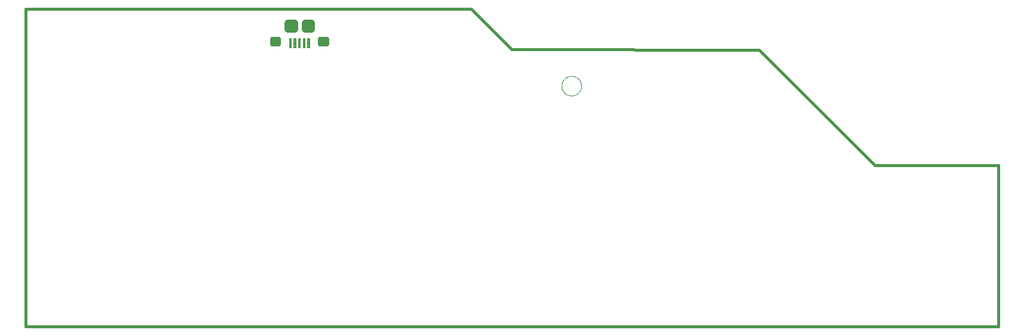
<source format=gbp>
G75*
%MOIN*%
%OFA0B0*%
%FSLAX25Y25*%
%IPPOS*%
%LPD*%
%AMOC8*
5,1,8,0,0,1.08239X$1,22.5*
%
%ADD10C,0.01500*%
%ADD11C,0.00000*%
%ADD12C,0.00787*%
%ADD13C,0.02756*%
%ADD14C,0.03740*%
D10*
X0001750Y0006000D02*
X0545321Y0006000D01*
X0545321Y0096512D01*
X0476238Y0096512D01*
X0411750Y0161000D01*
X0273404Y0161512D01*
X0250864Y0184051D01*
X0001750Y0184051D01*
X0001750Y0006000D01*
D11*
X0301238Y0141000D02*
X0301240Y0141148D01*
X0301246Y0141296D01*
X0301256Y0141444D01*
X0301270Y0141591D01*
X0301288Y0141738D01*
X0301309Y0141884D01*
X0301335Y0142030D01*
X0301365Y0142175D01*
X0301398Y0142319D01*
X0301436Y0142462D01*
X0301477Y0142604D01*
X0301522Y0142745D01*
X0301570Y0142885D01*
X0301623Y0143024D01*
X0301679Y0143161D01*
X0301739Y0143296D01*
X0301802Y0143430D01*
X0301869Y0143562D01*
X0301940Y0143692D01*
X0302014Y0143820D01*
X0302091Y0143946D01*
X0302172Y0144070D01*
X0302256Y0144192D01*
X0302343Y0144311D01*
X0302434Y0144428D01*
X0302528Y0144543D01*
X0302624Y0144655D01*
X0302724Y0144765D01*
X0302826Y0144871D01*
X0302932Y0144975D01*
X0303040Y0145076D01*
X0303151Y0145174D01*
X0303264Y0145270D01*
X0303380Y0145362D01*
X0303498Y0145451D01*
X0303619Y0145536D01*
X0303742Y0145619D01*
X0303867Y0145698D01*
X0303994Y0145774D01*
X0304123Y0145846D01*
X0304254Y0145915D01*
X0304387Y0145980D01*
X0304522Y0146041D01*
X0304658Y0146099D01*
X0304795Y0146154D01*
X0304934Y0146204D01*
X0305075Y0146251D01*
X0305216Y0146294D01*
X0305359Y0146334D01*
X0305503Y0146369D01*
X0305647Y0146401D01*
X0305793Y0146428D01*
X0305939Y0146452D01*
X0306086Y0146472D01*
X0306233Y0146488D01*
X0306380Y0146500D01*
X0306528Y0146508D01*
X0306676Y0146512D01*
X0306824Y0146512D01*
X0306972Y0146508D01*
X0307120Y0146500D01*
X0307267Y0146488D01*
X0307414Y0146472D01*
X0307561Y0146452D01*
X0307707Y0146428D01*
X0307853Y0146401D01*
X0307997Y0146369D01*
X0308141Y0146334D01*
X0308284Y0146294D01*
X0308425Y0146251D01*
X0308566Y0146204D01*
X0308705Y0146154D01*
X0308842Y0146099D01*
X0308978Y0146041D01*
X0309113Y0145980D01*
X0309246Y0145915D01*
X0309377Y0145846D01*
X0309506Y0145774D01*
X0309633Y0145698D01*
X0309758Y0145619D01*
X0309881Y0145536D01*
X0310002Y0145451D01*
X0310120Y0145362D01*
X0310236Y0145270D01*
X0310349Y0145174D01*
X0310460Y0145076D01*
X0310568Y0144975D01*
X0310674Y0144871D01*
X0310776Y0144765D01*
X0310876Y0144655D01*
X0310972Y0144543D01*
X0311066Y0144428D01*
X0311157Y0144311D01*
X0311244Y0144192D01*
X0311328Y0144070D01*
X0311409Y0143946D01*
X0311486Y0143820D01*
X0311560Y0143692D01*
X0311631Y0143562D01*
X0311698Y0143430D01*
X0311761Y0143296D01*
X0311821Y0143161D01*
X0311877Y0143024D01*
X0311930Y0142885D01*
X0311978Y0142745D01*
X0312023Y0142604D01*
X0312064Y0142462D01*
X0312102Y0142319D01*
X0312135Y0142175D01*
X0312165Y0142030D01*
X0312191Y0141884D01*
X0312212Y0141738D01*
X0312230Y0141591D01*
X0312244Y0141444D01*
X0312254Y0141296D01*
X0312260Y0141148D01*
X0312262Y0141000D01*
X0312260Y0140852D01*
X0312254Y0140704D01*
X0312244Y0140556D01*
X0312230Y0140409D01*
X0312212Y0140262D01*
X0312191Y0140116D01*
X0312165Y0139970D01*
X0312135Y0139825D01*
X0312102Y0139681D01*
X0312064Y0139538D01*
X0312023Y0139396D01*
X0311978Y0139255D01*
X0311930Y0139115D01*
X0311877Y0138976D01*
X0311821Y0138839D01*
X0311761Y0138704D01*
X0311698Y0138570D01*
X0311631Y0138438D01*
X0311560Y0138308D01*
X0311486Y0138180D01*
X0311409Y0138054D01*
X0311328Y0137930D01*
X0311244Y0137808D01*
X0311157Y0137689D01*
X0311066Y0137572D01*
X0310972Y0137457D01*
X0310876Y0137345D01*
X0310776Y0137235D01*
X0310674Y0137129D01*
X0310568Y0137025D01*
X0310460Y0136924D01*
X0310349Y0136826D01*
X0310236Y0136730D01*
X0310120Y0136638D01*
X0310002Y0136549D01*
X0309881Y0136464D01*
X0309758Y0136381D01*
X0309633Y0136302D01*
X0309506Y0136226D01*
X0309377Y0136154D01*
X0309246Y0136085D01*
X0309113Y0136020D01*
X0308978Y0135959D01*
X0308842Y0135901D01*
X0308705Y0135846D01*
X0308566Y0135796D01*
X0308425Y0135749D01*
X0308284Y0135706D01*
X0308141Y0135666D01*
X0307997Y0135631D01*
X0307853Y0135599D01*
X0307707Y0135572D01*
X0307561Y0135548D01*
X0307414Y0135528D01*
X0307267Y0135512D01*
X0307120Y0135500D01*
X0306972Y0135492D01*
X0306824Y0135488D01*
X0306676Y0135488D01*
X0306528Y0135492D01*
X0306380Y0135500D01*
X0306233Y0135512D01*
X0306086Y0135528D01*
X0305939Y0135548D01*
X0305793Y0135572D01*
X0305647Y0135599D01*
X0305503Y0135631D01*
X0305359Y0135666D01*
X0305216Y0135706D01*
X0305075Y0135749D01*
X0304934Y0135796D01*
X0304795Y0135846D01*
X0304658Y0135901D01*
X0304522Y0135959D01*
X0304387Y0136020D01*
X0304254Y0136085D01*
X0304123Y0136154D01*
X0303994Y0136226D01*
X0303867Y0136302D01*
X0303742Y0136381D01*
X0303619Y0136464D01*
X0303498Y0136549D01*
X0303380Y0136638D01*
X0303264Y0136730D01*
X0303151Y0136826D01*
X0303040Y0136924D01*
X0302932Y0137025D01*
X0302826Y0137129D01*
X0302724Y0137235D01*
X0302624Y0137345D01*
X0302528Y0137457D01*
X0302434Y0137572D01*
X0302343Y0137689D01*
X0302256Y0137808D01*
X0302172Y0137930D01*
X0302091Y0138054D01*
X0302014Y0138180D01*
X0301940Y0138308D01*
X0301869Y0138438D01*
X0301802Y0138570D01*
X0301739Y0138704D01*
X0301679Y0138839D01*
X0301623Y0138976D01*
X0301570Y0139115D01*
X0301522Y0139255D01*
X0301477Y0139396D01*
X0301436Y0139538D01*
X0301398Y0139681D01*
X0301365Y0139825D01*
X0301335Y0139970D01*
X0301309Y0140116D01*
X0301288Y0140262D01*
X0301270Y0140409D01*
X0301256Y0140556D01*
X0301246Y0140704D01*
X0301240Y0140852D01*
X0301238Y0141000D01*
D12*
X0160262Y0167544D02*
X0159474Y0167544D01*
X0160262Y0167544D02*
X0160262Y0162424D01*
X0159474Y0162424D01*
X0159474Y0167544D01*
X0159474Y0163210D02*
X0160262Y0163210D01*
X0160262Y0163996D02*
X0159474Y0163996D01*
X0159474Y0164782D02*
X0160262Y0164782D01*
X0160262Y0165568D02*
X0159474Y0165568D01*
X0159474Y0166354D02*
X0160262Y0166354D01*
X0160262Y0167140D02*
X0159474Y0167140D01*
X0157703Y0167544D02*
X0156915Y0167544D01*
X0157703Y0167544D02*
X0157703Y0162424D01*
X0156915Y0162424D01*
X0156915Y0167544D01*
X0156915Y0163210D02*
X0157703Y0163210D01*
X0157703Y0163996D02*
X0156915Y0163996D01*
X0156915Y0164782D02*
X0157703Y0164782D01*
X0157703Y0165568D02*
X0156915Y0165568D01*
X0156915Y0166354D02*
X0157703Y0166354D01*
X0157703Y0167140D02*
X0156915Y0167140D01*
X0155144Y0167544D02*
X0154356Y0167544D01*
X0155144Y0167544D02*
X0155144Y0162424D01*
X0154356Y0162424D01*
X0154356Y0167544D01*
X0154356Y0163210D02*
X0155144Y0163210D01*
X0155144Y0163996D02*
X0154356Y0163996D01*
X0154356Y0164782D02*
X0155144Y0164782D01*
X0155144Y0165568D02*
X0154356Y0165568D01*
X0154356Y0166354D02*
X0155144Y0166354D01*
X0155144Y0167140D02*
X0154356Y0167140D01*
X0152585Y0167544D02*
X0151797Y0167544D01*
X0152585Y0167544D02*
X0152585Y0162424D01*
X0151797Y0162424D01*
X0151797Y0167544D01*
X0151797Y0163210D02*
X0152585Y0163210D01*
X0152585Y0163996D02*
X0151797Y0163996D01*
X0151797Y0164782D02*
X0152585Y0164782D01*
X0152585Y0165568D02*
X0151797Y0165568D01*
X0151797Y0166354D02*
X0152585Y0166354D01*
X0152585Y0167140D02*
X0151797Y0167140D01*
X0150026Y0167544D02*
X0149238Y0167544D01*
X0150026Y0167544D02*
X0150026Y0162424D01*
X0149238Y0162424D01*
X0149238Y0167544D01*
X0149238Y0163210D02*
X0150026Y0163210D01*
X0150026Y0163996D02*
X0149238Y0163996D01*
X0149238Y0164782D02*
X0150026Y0164782D01*
X0150026Y0165568D02*
X0149238Y0165568D01*
X0149238Y0166354D02*
X0150026Y0166354D01*
X0150026Y0167140D02*
X0149238Y0167140D01*
D13*
X0139593Y0167059D02*
X0139593Y0164303D01*
X0139593Y0167059D02*
X0143135Y0167059D01*
X0143135Y0164303D01*
X0139593Y0164303D01*
X0139593Y0167058D02*
X0143135Y0167058D01*
X0166365Y0167059D02*
X0166365Y0164303D01*
X0166365Y0167059D02*
X0169907Y0167059D01*
X0169907Y0164303D01*
X0166365Y0164303D01*
X0166365Y0167058D02*
X0169907Y0167058D01*
D14*
X0161344Y0172661D02*
X0157604Y0172661D01*
X0157604Y0176401D01*
X0161344Y0176401D01*
X0161344Y0172661D01*
X0161344Y0176400D02*
X0157604Y0176400D01*
X0151896Y0172661D02*
X0148156Y0172661D01*
X0148156Y0176401D01*
X0151896Y0176401D01*
X0151896Y0172661D01*
X0151896Y0176400D02*
X0148156Y0176400D01*
M02*

</source>
